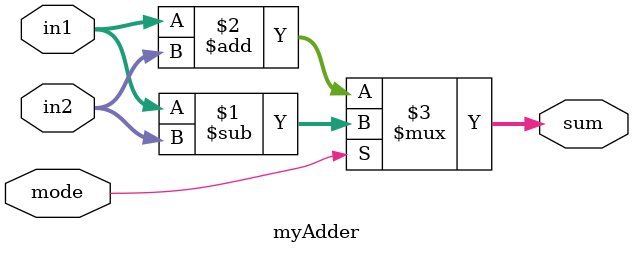
<source format=v>

`timescale 1ns/1ns 

module ALU (
	output [31:0] result,
	input [2:0] ALU_sel,
	input ALU_mode,
	input [31:0] operand1,
	input [31:0] operand2
);
	reg [31:0] result;
	wire [31:0] adder_output;
	myAdder m1(operand1, operand2, (ALU_mode | ((~ALU_sel[2])& ALU_sel[1])), adder_output);
	
	// The following always block will generate a combinational circuit if synthesised
	always@(*) begin
		case(ALU_sel)
		3'd0: result = adder_output; 							// 0 - ADD and SUB - Here addition or subtraction is decided by the mode
		3'd1: result = operand1 << operand2[4:0]; 				// 1 - SLL - Max shift which is possible is 32 bits hence only lower 5 bits have been mapped
		3'd2: result = {31'd0, (operand1[31]&(~operand2[31]) 
						| operand1[31]&adder_output[31] 
						| (~operand2[31]&adder_output[31]))}; 	// 2 - SLT - Adder module has been used and the appropriate result was got by using K-Maps
		3'd3: result = {31'd0, ((~operand1[31])&adder_output[31] 
						| operand2[31]&(~adder_output[31]))};	// 3 - SLTU - Adder module has been used and the appropriate result was got by using K-Maps
		3'd4: result = operand1 ^ operand2; 					// 4 - XOR
		3'd5: begin 											// 5 - SRL and SRA - Here also the mode determines the operation
			if (ALU_mode) result = operand1 >>> operand2[4:0];
			else result = operand1 >> operand2[4:0];
			end
		3'd6: result = operand1 | operand2; 					// 6 - OR
		3'd7: result = operand1 & operand2; 					// 7 - AND
		endcase
	end
endmodule

// Addition, subtraction and set less than instructions utilise the same adder module
// For subtraction we need the mode to be 1 hence set less than instructions also are hardwired to set the mode as 1
// The following module will generate separate adders for subtraction and addition but further optimisation can be done to use one adder.

module myAdder (in1, in2, mode, sum);
	input [31:0] in1, in2;
	input mode;
	output [31:0] sum;

	assign sum = mode? in1-in2:in1+in2;
endmodule


</source>
